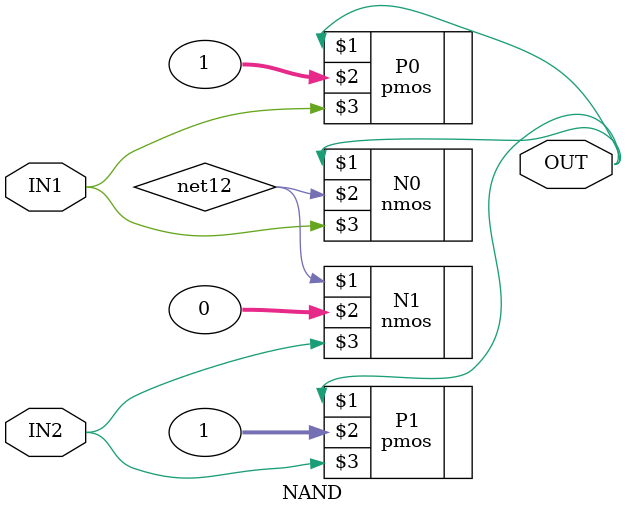
<source format=v>
`timescale 1ns / 1ns 

module NAND ( OUT, IN1, IN2 );
output  OUT;

input  IN1, IN2;


specify 
    specparam CDS_LIBNAME  = "ECE555";
    specparam CDS_CELLNAME = "NAND";
    specparam CDS_VIEWNAME = "schematic";
endspecify

nmos N1 ( net12, 0, IN2);
nmos N0 ( OUT, net12, IN1);
pmos P1 ( OUT, 1, IN2);
pmos P0 ( OUT, 1, IN1);

endmodule

</source>
